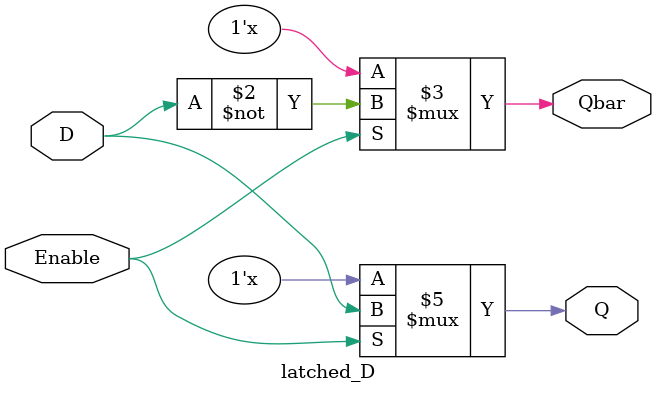
<source format=sv>
module latched_D(input D, input Enable, output Q, output Qbar);
	always @(D or Enable)
		if(Enable) begin
			Q <= D;
			Qbar <= ~D;
		end
endmodule
</source>
